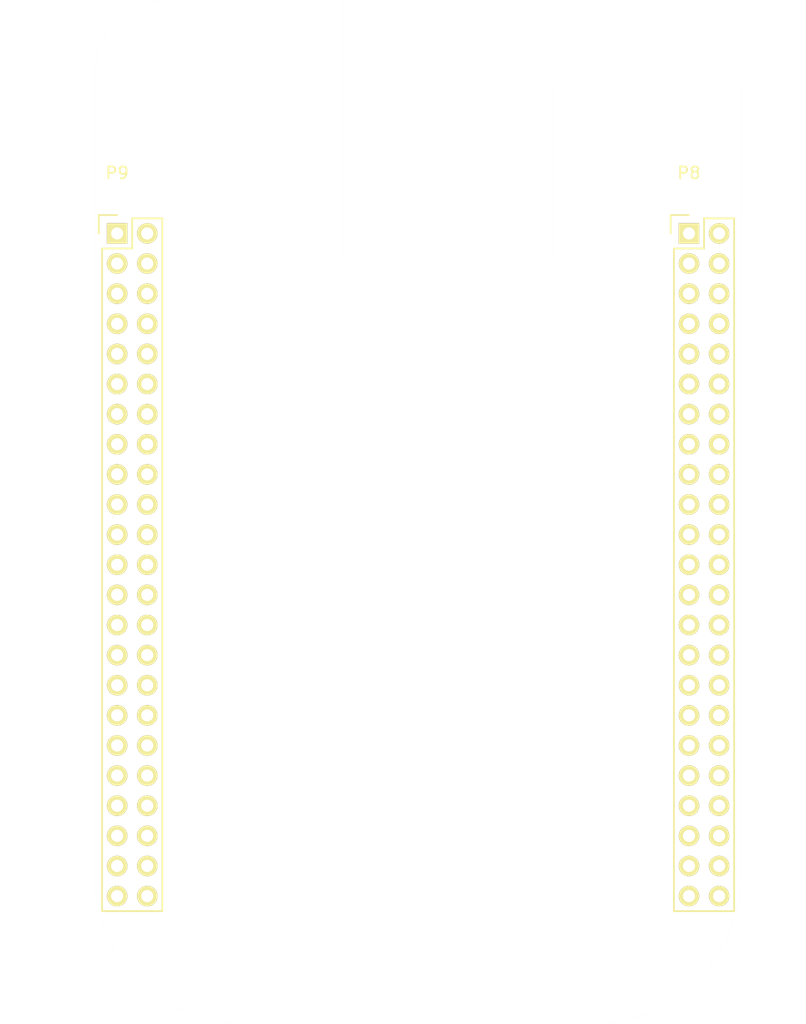
<source format=kicad_pcb>
(kicad_pcb (version 20211014) (generator pcbnew)
  (layers (0 "F.Cu" signal) (31 "B.Cu" signal) (34 "B.Paste" user) (35 "F.Paste" user) (36 "B.SilkS" user "B.Silkscreen") (37 "F.SilkS" user "F.Silkscreen") (38 "B.Mask" user) (39 "F.Mask" user) (44 "Edge.Cuts" user))
  (net 0 "")
  (net 1 "Net-(P8-Pad3)")
  (net 2 "Net-(P8-Pad4)")
  (net 3 "Net-(P8-Pad5)")
  (net 4 "Net-(P8-Pad6)")
  (net 5 "Net-(P8-Pad7)")
  (net 6 "Net-(P8-Pad8)")
  (net 7 "Net-(P8-Pad9)")
  (net 8 "Net-(P8-Pad10)")
  (net 9 "Net-(P8-Pad11)")
  (net 10 "Net-(P8-Pad12)")
  (net 11 "Net-(P8-Pad13)")
  (net 12 "Net-(P8-Pad14)")
  (net 13 "Net-(P8-Pad15)")
  (net 14 "Net-(P8-Pad16)")
  (net 15 "Net-(P8-Pad17)")
  (net 16 "Net-(P8-Pad18)")
  (net 17 "Net-(P8-Pad19)")
  (net 18 "Net-(P8-Pad20)")
  (net 19 "Net-(P8-Pad21)")
  (net 20 "Net-(P8-Pad22)")
  (net 21 "Net-(P8-Pad23)")
  (net 22 "Net-(P8-Pad24)")
  (net 23 "Net-(P8-Pad25)")
  (net 24 "Net-(P8-Pad26)")
  (net 25 "Net-(P8-Pad27)")
  (net 26 "Net-(P8-Pad28)")
  (net 27 "Net-(P8-Pad29)")
  (net 28 "Net-(P8-Pad30)")
  (net 29 "Net-(P8-Pad31)")
  (net 30 "Net-(P8-Pad32)")
  (net 31 "Net-(P8-Pad33)")
  (net 32 "Net-(P8-Pad34)")
  (net 33 "Net-(P8-Pad35)")
  (net 34 "Net-(P8-Pad36)")
  (net 35 "Net-(P8-Pad37)")
  (net 36 "Net-(P8-Pad38)")
  (net 37 "Net-(P8-Pad39)")
  (net 38 "Net-(P8-Pad40)")
  (net 39 "Net-(P8-Pad41)")
  (net 40 "Net-(P8-Pad42)")
  (net 41 "Net-(P8-Pad43)")
  (net 42 "Net-(P8-Pad44)")
  (net 43 "Net-(P8-Pad45)")
  (net 44 "Net-(P8-Pad46)")
  (net 45 "Net-(P9-Pad11)")
  (net 46 "Net-(P9-Pad12)")
  (net 47 "Net-(P9-Pad13)")
  (net 48 "Net-(P9-Pad14)")
  (net 49 "Net-(P9-Pad15)")
  (net 50 "Net-(P9-Pad16)")
  (net 51 "Net-(P9-Pad17)")
  (net 52 "Net-(P9-Pad18)")
  (net 53 "Net-(P9-Pad19)")
  (net 54 "Net-(P9-Pad20)")
  (net 55 "Net-(P9-Pad21)")
  (net 56 "Net-(P9-Pad22)")
  (net 57 "Net-(P9-Pad23)")
  (net 58 "Net-(P9-Pad24)")
  (net 59 "Net-(P9-Pad25)")
  (net 60 "Net-(P9-Pad26)")
  (net 61 "Net-(P9-Pad27)")
  (net 62 "Net-(P9-Pad28)")
  (net 63 "Net-(P9-Pad29)")
  (net 64 "Net-(P9-Pad30)")
  (net 65 "Net-(P9-Pad31)")
  (net 66 "Net-(P9-Pad33)")
  (net 67 "Net-(P9-Pad35)")
  (net 68 "Net-(P9-Pad36)")
  (net 69 "Net-(P9-Pad37)")
  (net 70 "Net-(P9-Pad38)")
  (net 71 "Net-(P9-Pad39)")
  (net 72 "Net-(P9-Pad40)")
  (net 73 "Net-(P9-Pad41)")
  (net 74 "Net-(P9-Pad42)")
  (net 75 "GNDD")
  (net 76 "+3V3")
  (net 77 "+5V")
  (net 78 "SYS_5V")
  (net 79 "PWR_BUT")
  (net 80 "SYS_RESETN")
  (net 81 "VDD_ADC")
  (net 82 "GNDA_ADC")
  (footprint "Socket_BeagleBone_Black:Socket_BeagleBone_Black" (layer "F.Cu") (at 164.6301 62.3824)
    (fp_text reference "P8" (at 0 -5.1) (layer "F.SilkS"))
    (fp_text value "BeagleBone_Black_Header")
    (fp_line (start 0 -1.55) (end -1.55 -1.55) (layer "F.SilkS") (width 0.15))
    (fp_line (start 3.81 -1.27) (end 1.27 -1.27) (layer "F.SilkS") (width 0.15))
    (fp_line (start 1.27 1.27) (end -1.27 1.27) (layer "F.SilkS") (width 0.15))
    (fp_line (start -1.55 -1.55) (end -1.55 0) (layer "F.SilkS") (width 0.15))
    (fp_line (start 1.27 -1.27) (end 1.27 1.27) (layer "F.SilkS") (width 0.15))
    (fp_line (start 3.81 57.15) (end 3.81 -1.27) (layer "F.SilkS") (width 0.15))
    (fp_line (start 3.81 57.15) (end -1.27 57.15) (layer "F.SilkS") (width 0.15))
    (fp_line (start -1.27 57.15) (end -1.27 1.27) (layer "F.SilkS") (width 0.15))
    (pad "1" thru_hole rect locked (at 0 0) (size 1.7272 1.7272) (drill 1.016) (layers *.Cu *.Mask "F.SilkS") (net 75 "GNDD"))
    (pad "2" thru_hole oval locked (at 2.54 0) (size 1.7272 1.7272) (drill 1.016) (layers *.Cu *.Mask "F.SilkS") (net 75 "GNDD"))
    (pad "3" thru_hole oval locked (at 0 2.54) (size 1.7272 1.7272) (drill 1.016) (layers *.Cu *.Mask "F.SilkS") (net 1 "Net-(P8-Pad3)"))
    (pad "4" thru_hole oval locked (at 2.54 2.54) (size 1.7272 1.7272) (drill 1.016) (layers *.Cu *.Mask "F.SilkS") (net 2 "Net-(P8-Pad4)"))
    (pad "5" thru_hole oval locked (at 0 5.08) (size 1.7272 1.7272) (drill 1.016) (layers *.Cu *.Mask "F.SilkS") (net 3 "Net-(P8-Pad5)"))
    (pad "6" thru_hole oval locked (at 2.54 5.08) (size 1.7272 1.7272) (drill 1.016) (layers *.Cu *.Mask "F.SilkS") (net 4 "Net-(P8-Pad6)"))
    (pad "7" thru_hole oval locked (at 0 7.62) (size 1.7272 1.7272) (drill 1.016) (layers *.Cu *.Mask "F.SilkS") (net 5 "Net-(P8-Pad7)"))
    (pad "8" thru_hole oval locked (at 2.54 7.62) (size 1.7272 1.7272) (drill 1.016) (layers *.Cu *.Mask "F.SilkS") (net 6 "Net-(P8-Pad8)"))
    (pad "9" thru_hole oval locked (at 0 10.16) (size 1.7272 1.7272) (drill 1.016) (layers *.Cu *.Mask "F.SilkS") (net 7 "Net-(P8-Pad9)"))
    (pad "10" thru_hole oval locked (at 2.54 10.16) (size 1.7272 1.7272) (drill 1.016) (layers *.Cu *.Mask "F.SilkS") (net 8 "Net-(P8-Pad10)"))
    (pad "11" thru_hole oval locked (at 0 12.7) (size 1.7272 1.7272) (drill 1.016) (layers *.Cu *.Mask "F.SilkS") (net 9 "Net-(P8-Pad11)"))
    (pad "12" thru_hole oval locked (at 2.54 12.7) (size 1.7272 1.7272) (drill 1.016) (layers *.Cu *.Mask "F.SilkS") (net 10 "Net-(P8-Pad12)"))
    (pad "13" thru_hole oval locked (at 0 15.24) (size 1.7272 1.7272) (drill 1.016) (layers *.Cu *.Mask "F.SilkS") (net 11 "Net-(P8-Pad13)"))
    (pad "14" thru_hole oval locked (at 2.54 15.24) (size 1.7272 1.7272) (drill 1.016) (layers *.Cu *.Mask "F.SilkS") (net 12 "Net-(P8-Pad14)"))
    (pad "15" thru_hole oval locked (at 0 17.78) (size 1.7272 1.7272) (drill 1.016) (layers *.Cu *.Mask "F.SilkS") (net 13 "Net-(P8-Pad15)"))
    (pad "16" thru_hole oval locked (at 2.54 17.78) (size 1.7272 1.7272) (drill 1.016) (layers *.Cu *.Mask "F.SilkS") (net 14 "Net-(P8-Pad16)"))
    (pad "17" thru_hole oval locked (at 0 20.32) (size 1.7272 1.7272) (drill 1.016) (layers *.Cu *.Mask "F.SilkS") (net 15 "Net-(P8-Pad17)"))
    (pad "18" thru_hole oval locked (at 2.54 20.32) (size 1.7272 1.7272) (drill 1.016) (layers *.Cu *.Mask "F.SilkS") (net 16 "Net-(P8-Pad18)"))
    (pad "19" thru_hole oval locked (at 0 22.86) (size 1.7272 1.7272) (drill 1.016) (layers *.Cu *.Mask "F.SilkS") (net 17 "Net-(P8-Pad19)"))
    (pad "20" thru_hole oval locked (at 2.54 22.86) (size 1.7272 1.7272) (drill 1.016) (layers *.Cu *.Mask "F.SilkS") (net 18 "Net-(P8-Pad20)"))
    (pad "21" thru_hole oval locked (at 0 25.4) (size 1.7272 1.7272) (drill 1.016) (layers *.Cu *.Mask "F.SilkS") (net 19 "Net-(P8-Pad21)"))
    (pad "22" thru_hole oval locked (at 2.54 25.4) (size 1.7272 1.7272) (drill 1.016) (layers *.Cu *.Mask "F.SilkS") (net 20 "Net-(P8-Pad22)"))
    (pad "23" thru_hole oval locked (at 0 27.94) (size 1.7272 1.7272) (drill 1.016) (layers *.Cu *.Mask "F.SilkS") (net 21 "Net-(P8-Pad23)"))
    (pad "24" thru_hole oval locked (at 2.54 27.94) (size 1.7272 1.7272) (drill 1.016) (layers *.Cu *.Mask "F.SilkS") (net 22 "Net-(P8-Pad24)"))
    (pad "25" thru_hole oval locked (at 0 30.48) (size 1.7272 1.7272) (drill 1.016) (layers *.Cu *.Mask "F.SilkS") (net 23 "Net-(P8-Pad25)"))
    (pad "26" thru_hole oval locked (at 2.54 30.48) (size 1.7272 1.7272) (drill 1.016) (layers *.Cu *.Mask "F.SilkS") (net 24 "Net-(P8-Pad26)"))
    (pad "27" thru_hole oval locked (at 0 33.02) (size 1.7272 1.7272) (drill 1.016) (layers *.Cu *.Mask "F.SilkS") (net 25 "Net-(P8-Pad27)"))
    (pad "28" thru_hole oval locked (at 2.54 33.02) (size 1.7272 1.7272) (drill 1.016) (layers *.Cu *.Mask "F.SilkS") (net 26 "Net-(P8-Pad28)"))
    (pad "29" thru_hole oval locked (at 0 35.56) (size 1.7272 1.7272) (drill 1.016) (layers *.Cu *.Mask "F.SilkS") (net 27 "Net-(P8-Pad29)"))
    (pad "30" thru_hole oval locked (at 2.54 35.56) (size 1.7272 1.7272) (drill 1.016) (layers *.Cu *.Mask "F.SilkS") (net 28 "Net-(P8-Pad30)"))
    (pad "31" thru_hole oval locked (at 0 38.1) (size 1.7272 1.7272) (drill 1.016) (layers *.Cu *.Mask "F.SilkS") (net 29 "Net-(P8-Pad31)"))
    (pad "32" thru_hole oval locked (at 2.54 38.1) (size 1.7272 1.7272) (drill 1.016) (layers *.Cu *.Mask "F.SilkS") (net 30 "Net-(P8-Pad32)"))
    (pad "33" thru_hole oval locked (at 0 40.64) (size 1.7272 1.7272) (drill 1.016) (layers *.Cu *.Mask "F.SilkS") (net 31 "Net-(P8-Pad33)"))
    (pad "34" thru_hole oval locked (at 2.54 40.64) (size 1.7272 1.7272) (drill 1.016) (layers *.Cu *.Mask "F.SilkS") (net 32 "Net-(P8-Pad34)"))
    (pad "35" thru_hole oval locked (at 0 43.18) (size 1.7272 1.7272) (drill 1.016) (layers *.Cu *.Mask "F.SilkS") (net 33 "Net-(P8-Pad35)"))
    (pad "36" thru_hole oval locked (at 2.54 43.18) (size 1.7272 1.7272) (drill 1.016) (layers *.Cu *.Mask "F.SilkS") (net 34 "Net-(P8-Pad36)"))
    (pad "37" thru_hole oval locked (at 0 45.72) (size 1.7272 1.7272) (drill 1.016) (layers *.Cu *.Mask "F.SilkS") (net 35 "Net-(P8-Pad37)"))
    (pad "38" thru_hole oval locked (at 2.54 45.72) (size 1.7272 1.7272) (drill 1.016) (layers *.Cu *.Mask "F.SilkS") (net 36 "Net-(P8-Pad38)"))
    (pad "39" thru_hole oval locked (at 0 48.26) (size 1.7272 1.7272) (drill 1.016) (layers *.Cu *.Mask "F.SilkS") (net 37 "Net-(P8-Pad39)"))
    (pad "40" thru_hole oval locked (at 2.54 48.26) (size 1.7272 1.7272) (drill 1.016) (layers *.Cu *.Mask "F.SilkS") (net 38 "Net-(P8-Pad40)"))
    (pad "41" thru_hole oval locked (at 0 50.8) (size 1.7272 1.7272) (drill 1.016) (layers *.Cu *.Mask "F.SilkS") (net 39 "Net-(P8-Pad41)"))
    (pad "42" thru_hole oval locked (at 2.54 50.8) (size 1.7272 1.7272) (drill 1.016) (layers *.Cu *.Mask "F.SilkS") (net 40 "Net-(P8-Pad42)"))
    (pad "43" thru_hole oval locked (at 0 53.34) (size 1.7272 1.7272) (drill 1.016) (layers *.Cu *.Mask "F.SilkS") (net 41 "Net-(P8-Pad43)"))
    (pad "44" thru_hole oval locked (at 2.54 53.34) (size 1.7272 1.7272) (drill 1.016) (layers *.Cu *.Mask "F.SilkS") (net 42 "Net-(P8-Pad44)"))
    (pad "45" thru_hole oval locked (at 0 55.88) (size 1.7272 1.7272) (drill 1.016) (layers *.Cu *.Mask "F.SilkS") (net 43 "Net-(P8-Pad45)"))
    (pad "46" thru_hole oval locked (at 2.54 55.88) (size 1.7272 1.7272) (drill 1.016) (layers *.Cu *.Mask "F.SilkS") (net 44 "Net-(P8-Pad46)"))
  )
  (footprint "Socket_BeagleBone_Black:Socket_BeagleBone_Black" (layer "F.Cu") (at 116.3701 62.3824)
    (fp_text reference "P9" (at 0 -5.1) (layer "F.SilkS"))
    (fp_text value "BeagleBone_Black_Header")
    (fp_line (start 3.81 57.15) (end -1.27 57.15) (layer "F.SilkS") (width 0.15))
    (fp_line (start -1.55 -1.55) (end -1.55 0) (layer "F.SilkS") (width 0.15))
    (fp_line (start 3.81 -1.27) (end 1.27 -1.27) (layer "F.SilkS") (width 0.15))
    (fp_line (start -1.27 57.15) (end -1.27 1.27) (layer "F.SilkS") (width 0.15))
    (fp_line (start 3.81 57.15) (end 3.81 -1.27) (layer "F.SilkS") (width 0.15))
    (fp_line (start 1.27 -1.27) (end 1.27 1.27) (layer "F.SilkS") (width 0.15))
    (fp_line (start 1.27 1.27) (end -1.27 1.27) (layer "F.SilkS") (width 0.15))
    (fp_line (start 0 -1.55) (end -1.55 -1.55) (layer "F.SilkS") (width 0.15))
    (pad "1" thru_hole rect locked (at 0 0) (size 1.7272 1.7272) (drill 1.016) (layers *.Cu *.Mask "F.SilkS") (net 75 "GNDD"))
    (pad "2" thru_hole oval locked (at 2.54 0) (size 1.7272 1.7272) (drill 1.016) (layers *.Cu *.Mask "F.SilkS") (net 75 "GNDD"))
    (pad "3" thru_hole oval locked (at 0 2.54) (size 1.7272 1.7272) (drill 1.016) (layers *.Cu *.Mask "F.SilkS") (net 76 "+3V3"))
    (pad "4" thru_hole oval locked (at 2.54 2.54) (size 1.7272 1.7272) (drill 1.016) (layers *.Cu *.Mask "F.SilkS") (net 76 "+3V3"))
    (pad "5" thru_hole oval locked (at 0 5.08) (size 1.7272 1.7272) (drill 1.016) (layers *.Cu *.Mask "F.SilkS") (net 77 "+5V"))
    (pad "6" thru_hole oval locked (at 2.54 5.08) (size 1.7272 1.7272) (drill 1.016) (layers *.Cu *.Mask "F.SilkS") (net 77 "+5V"))
    (pad "7" thru_hole oval locked (at 0 7.62) (size 1.7272 1.7272) (drill 1.016) (layers *.Cu *.Mask "F.SilkS") (net 78 "SYS_5V"))
    (pad "8" thru_hole oval locked (at 2.54 7.62) (size 1.7272 1.7272) (drill 1.016) (layers *.Cu *.Mask "F.SilkS") (net 78 "SYS_5V"))
    (pad "9" thru_hole oval locked (at 0 10.16) (size 1.7272 1.7272) (drill 1.016) (layers *.Cu *.Mask "F.SilkS") (net 79 "PWR_BUT"))
    (pad "10" thru_hole oval locked (at 2.54 10.16) (size 1.7272 1.7272) (drill 1.016) (layers *.Cu *.Mask "F.SilkS") (net 80 "SYS_RESETN"))
    (pad "11" thru_hole oval locked (at 0 12.7) (size 1.7272 1.7272) (drill 1.016) (layers *.Cu *.Mask "F.SilkS") (net 45 "Net-(P9-Pad11)"))
    (pad "12" thru_hole oval locked (at 2.54 12.7) (size 1.7272 1.7272) (drill 1.016) (layers *.Cu *.Mask "F.SilkS") (net 46 "Net-(P9-Pad12)"))
    (pad "13" thru_hole oval locked (at 0 15.24) (size 1.7272 1.7272) (drill 1.016) (layers *.Cu *.Mask "F.SilkS") (net 47 "Net-(P9-Pad13)"))
    (pad "14" thru_hole oval locked (at 2.54 15.24) (size 1.7272 1.7272) (drill 1.016) (layers *.Cu *.Mask "F.SilkS") (net 48 "Net-(P9-Pad14)"))
    (pad "15" thru_hole oval locked (at 0 17.78) (size 1.7272 1.7272) (drill 1.016) (layers *.Cu *.Mask "F.SilkS") (net 49 "Net-(P9-Pad15)"))
    (pad "16" thru_hole oval locked (at 2.54 17.78) (size 1.7272 1.7272) (drill 1.016) (layers *.Cu *.Mask "F.SilkS") (net 50 "Net-(P9-Pad16)"))
    (pad "17" thru_hole oval locked (at 0 20.32) (size 1.7272 1.7272) (drill 1.016) (layers *.Cu *.Mask "F.SilkS") (net 51 "Net-(P9-Pad17)"))
    (pad "18" thru_hole oval locked (at 2.54 20.32) (size 1.7272 1.7272) (drill 1.016) (layers *.Cu *.Mask "F.SilkS") (net 52 "Net-(P9-Pad18)"))
    (pad "19" thru_hole oval locked (at 0 22.86) (size 1.7272 1.7272) (drill 1.016) (layers *.Cu *.Mask "F.SilkS") (net 53 "Net-(P9-Pad19)"))
    (pad "20" thru_hole oval locked (at 2.54 22.86) (size 1.7272 1.7272) (drill 1.016) (layers *.Cu *.Mask "F.SilkS") (net 54 "Net-(P9-Pad20)"))
    (pad "21" thru_hole oval locked (at 0 25.4) (size 1.7272 1.7272) (drill 1.016) (layers *.Cu *.Mask "F.SilkS") (net 55 "Net-(P9-Pad21)"))
    (pad "22" thru_hole oval locked (at 2.54 25.4) (size 1.7272 1.7272) (drill 1.016) (layers *.Cu *.Mask "F.SilkS") (net 56 "Net-(P9-Pad22)"))
    (pad "23" thru_hole oval locked (at 0 27.94) (size 1.7272 1.7272) (drill 1.016) (layers *.Cu *.Mask "F.SilkS") (net 57 "Net-(P9-Pad23)"))
    (pad "24" thru_hole oval locked (at 2.54 27.94) (size 1.7272 1.7272) (drill 1.016) (layers *.Cu *.Mask "F.SilkS") (net 58 "Net-(P9-Pad24)"))
    (pad "25" thru_hole oval locked (at 0 30.48) (size 1.7272 1.7272) (drill 1.016) (layers *.Cu *.Mask "F.SilkS") (net 59 "Net-(P9-Pad25)"))
    (pad "26" thru_hole oval locked (at 2.54 30.48) (size 1.7272 1.7272) (drill 1.016) (layers *.Cu *.Mask "F.SilkS") (net 60 "Net-(P9-Pad26)"))
    (pad "27" thru_hole oval locked (at 0 33.02) (size 1.7272 1.7272) (drill 1.016) (layers *.Cu *.Mask "F.SilkS") (net 61 "Net-(P9-Pad27)"))
    (pad "28" thru_hole oval locked (at 2.54 33.02) (size 1.7272 1.7272) (drill 1.016) (layers *.Cu *.Mask "F.SilkS") (net 62 "Net-(P9-Pad28)"))
    (pad "29" thru_hole oval locked (at 0 35.56) (size 1.7272 1.7272) (drill 1.016) (layers *.Cu *.Mask "F.SilkS") (net 63 "Net-(P9-Pad29)"))
    (pad "30" thru_hole oval locked (at 2.54 35.56) (size 1.7272 1.7272) (drill 1.016) (layers *.Cu *.Mask "F.SilkS") (net 64 "Net-(P9-Pad30)"))
    (pad "31" thru_hole oval locked (at 0 38.1) (size 1.7272 1.7272) (drill 1.016) (layers *.Cu *.Mask "F.SilkS") (net 65 "Net-(P9-Pad31)"))
    (pad "32" thru_hole oval locked (at 2.54 38.1) (size 1.7272 1.7272) (drill 1.016) (layers *.Cu *.Mask "F.SilkS") (net 81 "VDD_ADC"))
    (pad "33" thru_hole oval locked (at 0 40.64) (size 1.7272 1.7272) (drill 1.016) (layers *.Cu *.Mask "F.SilkS") (net 66 "Net-(P9-Pad33)"))
    (pad "34" thru_hole oval locked (at 2.54 40.64) (size 1.7272 1.7272) (drill 1.016) (layers *.Cu *.Mask "F.SilkS") (net 82 "GNDA_ADC"))
    (pad "35" thru_hole oval locked (at 0 43.18) (size 1.7272 1.7272) (drill 1.016) (layers *.Cu *.Mask "F.SilkS") (net 67 "Net-(P9-Pad35)"))
    (pad "36" thru_hole oval locked (at 2.54 43.18) (size 1.7272 1.7272) (drill 1.016) (layers *.Cu *.Mask "F.SilkS") (net 68 "Net-(P9-Pad36)"))
    (pad "37" thru_hole oval locked (at 0 45.72) (size 1.7272 1.7272) (drill 1.016) (layers *.Cu *.Mask "F.SilkS") (net 69 "Net-(P9-Pad37)"))
    (pad "38" thru_hole oval locked (at 2.54 45.72) (size 1.7272 1.7272) (drill 1.016) (layers *.Cu *.Mask "F.SilkS") (net 70 "Net-(P9-Pad38)"))
    (pad "39" thru_hole oval locked (at 0 48.26) (size 1.7272 1.7272) (drill 1.016) (layers *.Cu *.Mask "F.SilkS") (net 71 "Net-(P9-Pad39)"))
    (pad "40" thru_hole oval locked (at 2.54 48.26) (size 1.7272 1.7272) (drill 1.016) (layers *.Cu *.Mask "F.SilkS") (net 72 "Net-(P9-Pad40)"))
    (pad "41" thru_hole oval locked (at 0 50.8) (size 1.7272 1.7272) (drill 1.016) (layers *.Cu *.Mask "F.SilkS") (net 73 "Net-(P9-Pad41)"))
    (pad "42" thru_hole oval locked (at 2.54 50.8) (size 1.7272 1.7272) (drill 1.016) (layers *.Cu *.Mask "F.SilkS") (net 74 "Net-(P9-Pad42)"))
    (pad "43" thru_hole oval locked (at 0 53.34) (size 1.7272 1.7272) (drill 1.016) (layers *.Cu *.Mask "F.SilkS") (net 75 "GNDD"))
    (pad "44" thru_hole oval locked (at 2.54 53.34) (size 1.7272 1.7272) (drill 1.016) (layers *.Cu *.Mask "F.SilkS") (net 75 "GNDD"))
    (pad "45" thru_hole oval locked (at 0 55.88) (size 1.7272 1.7272) (drill 1.016) (layers *.Cu *.Mask "F.SilkS") (net 75 "GNDD"))
    (pad "46" thru_hole oval locked (at 2.54 55.88) (size 1.7272 1.7272) (drill 1.016) (layers *.Cu *.Mask "F.SilkS") (net 75 "GNDD"))
  )
  (gr_line (start 135.4201 42.6974) (end 120.8151 42.6974) (layer "Edge.Cuts") (width 0.00254))
  (gr_line (start 153.2001 64.2874) (end 135.4201 64.2874) (layer "Edge.Cuts") (width 0.00254))
  (gr_line (start 169.0751 116.3574) (end 169.0751 49.6824) (layer "Edge.Cuts") (width 0.00254))
  (gr_arc (start 127.1651 129.0574) (mid 118.184844 125.337656) (end 114.4651 116.3574) (layer "Edge.Cuts") (width 0.00254))
  (gr_line (start 153.2001 49.6824) (end 153.2001 64.2874) (layer "Edge.Cuts") (width 0.00254))
  (gr_line (start 169.0751 49.6824) (end 153.2001 49.6824) (layer "Edge.Cuts") (width 0.00254))
  (gr_arc (start 114.4651 49.0474) (mid 116.324972 44.557272) (end 120.8151 42.6974) (layer "Edge.Cuts") (width 0.00254))
  (gr_arc (start 169.0751 116.3574) (mid 165.355356 125.337656) (end 156.3751 129.0574) (layer "Edge.Cuts") (width 0.00254))
  (gr_line (start 127.1651 129.0574) (end 156.3751 129.0574) (layer "Edge.Cuts") (width 0.00254))
  (gr_line (start 135.4201 64.2874) (end 135.4201 42.6974) (layer "Edge.Cuts") (width 0.00254))
  (gr_line (start 114.4651 49.0474) (end 114.4651 116.3574) (layer "Edge.Cuts") (width 0.00254))
)
</source>
